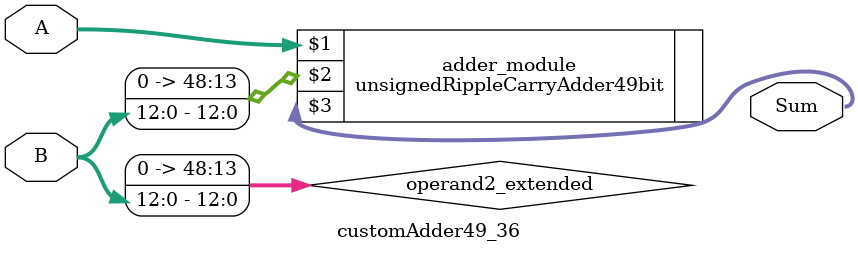
<source format=v>
module customAdder49_36(
                        input [48 : 0] A,
                        input [12 : 0] B,
                        
                        output [49 : 0] Sum
                );

        wire [48 : 0] operand2_extended;
        
        assign operand2_extended =  {36'b0, B};
        
        unsignedRippleCarryAdder49bit adder_module(
            A,
            operand2_extended,
            Sum
        );
        
        endmodule
        
</source>
